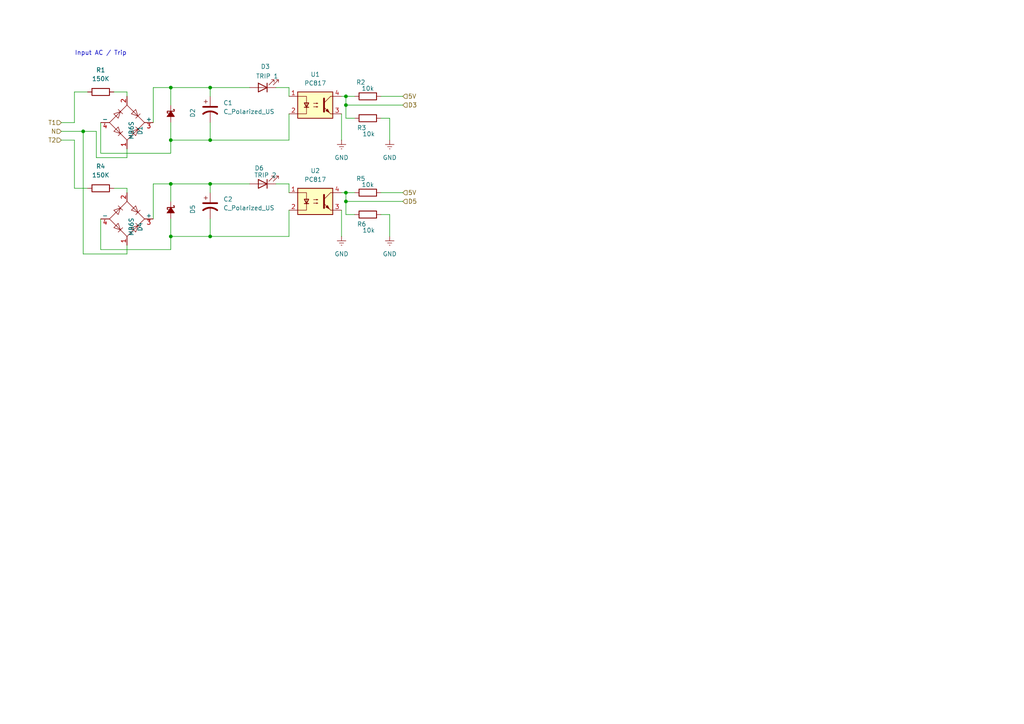
<source format=kicad_sch>
(kicad_sch (version 20231120) (generator "eeschema") (generator_version "8.0")
  (paper "A4")
  (lib_symbols
    (symbol "Device:C_Polarized_US" (pin_numbers hide) (pin_names (offset 0.254) hide)
      (property "Reference" "C" (at 0.635 2.54 0))
      (property "Value" "C_Polarized_US" (at 0.635 -2.54 0))
      (symbol "C_Polarized_US_0_1"
        (polyline (pts (xy -2.032 0.762) (xy 2.032 0.762)) (stroke (width 0.508)))
        (polyline (pts (xy -1.778 2.286) (xy -0.762 2.286)))
        (polyline (pts (xy -1.27 1.778) (xy -1.27 2.794)))
        (arc (start 2.032 -1.27) (mid 0 -0.5572) (end -2.032 -1.27) (stroke (width 0.508)))
      )
      (symbol "C_Polarized_US_1_1"
        (pin passive line (at 0 3.81 270) (length 2.794) (name "~") (number "1"))
        (pin passive line (at 0 -3.81 90) (length 3.302) (name "~") (number "2"))
      )
    )
    (symbol "Device:D_Schottky_Small_Filled" (pin_numbers hide) (pin_names (offset 0.254) hide)
      (property "Reference" "D" (at -1.27 2.032 0))
      (property "Value" "D_Schottky_Small_Filled" (at -7.112 -2.032 0))
      (symbol "D_Schottky_Small_Filled_0_1"
        (polyline (pts (xy -0.762 0) (xy 0.762 0)))
        (polyline (pts (xy 0.762 -1.016) (xy -0.762 0) (xy 0.762 1.016) (xy 0.762 -1.016)) (stroke (width 0.254)) (fill (type outline)))
        (polyline (pts (xy -1.27 0.762) (xy -1.27 1.016) (xy -0.762 1.016) (xy -0.762 -1.016) (xy -0.254 -1.016) (xy -0.254 -0.762)) (stroke (width 0.254)))
      )
      (symbol "D_Schottky_Small_Filled_1_1"
        (pin passive line (at -2.54 0 0) (length 1.778) (name "K") (number "1"))
        (pin passive line (at 2.54 0 180) (length 1.778) (name "A") (number "2"))
      )
    )
    (symbol "Device:LED" (pin_numbers hide) (pin_names (offset 1.016) hide)
      (property "Reference" "D" (at 0 2.54 0))
      (property "Value" "LED" (at 0 -2.54 0))
      (symbol "LED_0_1"
        (polyline (pts (xy -1.27 -1.27) (xy -1.27 1.27)) (stroke (width 0.254)))
        (polyline (pts (xy -1.27 0) (xy 1.27 0)))
        (polyline (pts (xy 1.27 -1.27) (xy 1.27 1.27) (xy -1.27 0) (xy 1.27 -1.27)) (stroke (width 0.254)))
        (polyline (pts (xy -3.048 -0.762) (xy -4.572 -2.286) (xy -3.81 -2.286) (xy -4.572 -2.286) (xy -4.572 -1.524)))
        (polyline (pts (xy -1.778 -0.762) (xy -3.302 -2.286) (xy -2.54 -2.286) (xy -3.302 -2.286) (xy -3.302 -1.524)))
      )
      (symbol "LED_1_1"
        (pin passive line (at -3.81 0 0) (length 2.54) (name "K") (number "1"))
        (pin passive line (at 3.81 0 180) (length 2.54) (name "A") (number "2"))
      )
    )
    (symbol "Device:R" (pin_numbers hide) (pin_names (offset 0))
      (property "Reference" "R" (at 2.032 0 90))
      (property "Value" "R" (at 0 0 90))
      (symbol "R_0_1"
        (rectangle (start -1.016 -2.54) (end 1.016 2.54) (stroke (width 0.254)))
      )
      (symbol "R_1_1"
        (pin passive line (at 0 3.81 270) (length 1.27) (name "~") (number "1"))
        (pin passive line (at 0 -3.81 90) (length 1.27) (name "~") (number "2"))
      )
    )
    (symbol "Diode_Bridge:MB6S" (pin_names (offset 0))
      (property "Reference" "D" (at 2.54 6.985 0))
      (property "Value" "MB6S" (at 2.54 5.08 0))
      (symbol "MB6S_0_1"
        (polyline (pts (xy -2.54 3.81) (xy -1.27 2.54)))
        (polyline (pts (xy -1.27 -2.54) (xy -2.54 -3.81)))
        (polyline (pts (xy 2.54 -1.27) (xy 3.81 -2.54)))
        (polyline (pts (xy 2.54 1.27) (xy 3.81 2.54)))
        (polyline (pts (xy -3.81 2.54) (xy -2.54 1.27) (xy -1.905 3.175) (xy -3.81 2.54)))
        (polyline (pts (xy -2.54 -1.27) (xy -3.81 -2.54) (xy -1.905 -3.175) (xy -2.54 -1.27)))
        (polyline (pts (xy 1.27 2.54) (xy 2.54 3.81) (xy 3.175 1.905) (xy 1.27 2.54)))
        (polyline (pts (xy 3.175 -1.905) (xy 1.27 -2.54) (xy 2.54 -3.81) (xy 3.175 -1.905)))
        (polyline (pts (xy -5.08 0) (xy 0 -5.08) (xy 5.08 0) (xy 0 5.08) (xy -5.08 0)))
      )
      (symbol "MB6S_1_1"
        (pin passive line (at 0 -7.62 90) (length 2.54) (name "~") (number "1"))
        (pin passive line (at 0 7.62 270) (length 2.54) (name "~") (number "2"))
        (pin passive line (at 7.62 0 180) (length 2.54) (name "+") (number "3"))
        (pin passive line (at -7.62 0 0) (length 2.54) (name "-") (number "4"))
      )
    )
    (symbol "Isolator:PC817" (pin_names (offset 1.016))
      (property "Reference" "U" (at -5.08 5.08 0))
      (property "Value" "PC817" (at 0 5.08 0))
      (symbol "PC817_0_1"
        (rectangle (start -5.08 3.81) (end 5.08 -3.81) (stroke (width 0.254)) (fill (type background)))
        (polyline (pts (xy -3.175 -0.635) (xy -1.905 -0.635)) (stroke (width 0.254)))
        (polyline (pts (xy 2.54 0.635) (xy 4.445 2.54)))
        (polyline (pts (xy 4.445 -2.54) (xy 2.54 -0.635)) (fill (type outline)))
        (polyline (pts (xy 4.445 -2.54) (xy 5.08 -2.54)))
        (polyline (pts (xy 4.445 2.54) (xy 5.08 2.54)))
        (polyline (pts (xy -5.08 2.54) (xy -2.54 2.54) (xy -2.54 -0.635)))
        (polyline (pts (xy -2.54 -0.635) (xy -2.54 -2.54) (xy -5.08 -2.54)))
        (polyline (pts (xy 2.54 1.905) (xy 2.54 -1.905) (xy 2.54 -1.905)) (stroke (width 0.508)))
        (polyline (pts (xy -2.54 -0.635) (xy -3.175 0.635) (xy -1.905 0.635) (xy -2.54 -0.635)) (stroke (width 0.254)))
        (polyline (pts (xy -0.508 -0.508) (xy 0.762 -0.508) (xy 0.381 -0.635) (xy 0.381 -0.381) (xy 0.762 -0.508)))
        (polyline (pts (xy -0.508 0.508) (xy 0.762 0.508) (xy 0.381 0.381) (xy 0.381 0.635) (xy 0.762 0.508)))
        (polyline (pts (xy 3.048 -1.651) (xy 3.556 -1.143) (xy 4.064 -2.159) (xy 3.048 -1.651) (xy 3.048 -1.651)) (fill (type outline)))
      )
      (symbol "PC817_1_1"
        (pin passive line (at -7.62 2.54 0) (length 2.54) (name "~") (number "1"))
        (pin passive line (at -7.62 -2.54 0) (length 2.54) (name "~") (number "2"))
        (pin passive line (at 7.62 -2.54 180) (length 2.54) (name "~") (number "3"))
        (pin passive line (at 7.62 2.54 180) (length 2.54) (name "~") (number "4"))
      )
    )
    (symbol "power:GNDREF" (power) (pin_numbers hide) (pin_names (offset 0) hide)
      (property "Value" "GNDREF" (at 0 -3.81 0))
      (symbol "GNDREF_0_1"
        (polyline (pts (xy -0.635 -1.905) (xy 0.635 -1.905)))
        (polyline (pts (xy -0.127 -2.54) (xy 0.127 -2.54)))
        (polyline (pts (xy 0 -1.27) (xy 0 0)))
        (polyline (pts (xy 1.27 -1.27) (xy -1.27 -1.27)))
      )
      (symbol "GNDREF_1_1"
        (pin power_in line (at 0 0 270) (length 0) (name "~") (number "1"))
      )
    )
  )
  (junction (at 60.96 53.34))
  (junction (at 60.96 68.58))
  (junction (at 60.96 25.4))
  (junction (at 49.53 25.4))
  (junction (at 49.53 68.58))
  (junction (at 100.33 55.88))
  (junction (at 49.53 40.64))
  (junction (at 60.96 40.64))
  (junction (at 24.13 38.1))
  (junction (at 100.33 30.48))
  (junction (at 100.33 27.94))
  (junction (at 100.33 58.42))
  (junction (at 49.53 53.34))
  (wire (pts (xy 49.53 72.39) (xy 49.53 68.58)))
  (wire (pts (xy 33.02 26.67) (xy 36.83 26.67)))
  (wire (pts (xy 60.96 68.58) (xy 60.96 63.5)))
  (wire (pts (xy 83.82 25.4) (xy 83.82 27.94)))
  (wire (pts (xy 49.53 68.58) (xy 60.96 68.58)))
  (wire (pts (xy 27.94 45.72) (xy 36.83 45.72)))
  (wire (pts (xy 83.82 60.96) (xy 83.82 68.58)))
  (wire (pts (xy 33.02 54.61) (xy 36.83 54.61)))
  (wire (pts (xy 110.49 55.88) (xy 116.84 55.88)))
  (wire (pts (xy 99.06 60.96) (xy 99.06 68.58)))
  (wire (pts (xy 24.13 73.66) (xy 36.83 73.66)))
  (wire (pts (xy 80.01 53.34) (xy 83.82 53.34)))
  (wire (pts (xy 36.83 26.67) (xy 36.83 27.94)))
  (wire (pts (xy 102.87 62.23) (xy 100.33 62.23)))
  (wire (pts (xy 113.03 62.23) (xy 110.49 62.23)))
  (wire (pts (xy 100.33 58.42) (xy 100.33 55.88)))
  (wire (pts (xy 17.78 40.64) (xy 21.59 40.64)))
  (wire (pts (xy 29.21 44.45) (xy 49.53 44.45)))
  (wire (pts (xy 29.21 72.39) (xy 49.53 72.39)))
  (wire (pts (xy 60.96 25.4) (xy 72.39 25.4)))
  (wire (pts (xy 17.78 38.1) (xy 24.13 38.1)))
  (wire (pts (xy 36.83 54.61) (xy 36.83 55.88)))
  (wire (pts (xy 49.53 58.42) (xy 49.53 53.34)))
  (wire (pts (xy 21.59 54.61) (xy 25.4 54.61)))
  (wire (pts (xy 60.96 40.64) (xy 60.96 35.56)))
  (wire (pts (xy 100.33 55.88) (xy 102.87 55.88)))
  (wire (pts (xy 49.53 25.4) (xy 60.96 25.4)))
  (wire (pts (xy 100.33 34.29) (xy 100.33 30.48)))
  (wire (pts (xy 44.45 25.4) (xy 44.45 35.56)))
  (wire (pts (xy 102.87 34.29) (xy 100.33 34.29)))
  (wire (pts (xy 21.59 54.61) (xy 21.59 40.64)))
  (wire (pts (xy 49.53 30.48) (xy 49.53 25.4)))
  (wire (pts (xy 24.13 73.66) (xy 24.13 38.1)))
  (wire (pts (xy 99.06 27.94) (xy 100.33 27.94)))
  (wire (pts (xy 113.03 34.29) (xy 110.49 34.29)))
  (wire (pts (xy 49.53 53.34) (xy 60.96 53.34)))
  (wire (pts (xy 83.82 68.58) (xy 60.96 68.58)))
  (wire (pts (xy 17.78 35.56) (xy 21.59 35.56)))
  (wire (pts (xy 100.33 58.42) (xy 116.84 58.42)))
  (wire (pts (xy 99.06 33.02) (xy 99.06 40.64)))
  (wire (pts (xy 60.96 55.88) (xy 60.96 53.34)))
  (wire (pts (xy 100.33 27.94) (xy 102.87 27.94)))
  (wire (pts (xy 29.21 63.5) (xy 29.21 72.39)))
  (wire (pts (xy 36.83 45.72) (xy 36.83 43.18)))
  (wire (pts (xy 49.53 40.64) (xy 60.96 40.64)))
  (wire (pts (xy 49.53 35.56) (xy 49.53 40.64)))
  (wire (pts (xy 100.33 30.48) (xy 116.84 30.48)))
  (wire (pts (xy 36.83 73.66) (xy 36.83 71.12)))
  (wire (pts (xy 110.49 27.94) (xy 116.84 27.94)))
  (wire (pts (xy 60.96 27.94) (xy 60.96 25.4)))
  (wire (pts (xy 24.13 38.1) (xy 27.94 38.1)))
  (wire (pts (xy 44.45 25.4) (xy 49.53 25.4)))
  (wire (pts (xy 49.53 63.5) (xy 49.53 68.58)))
  (wire (pts (xy 60.96 53.34) (xy 72.39 53.34)))
  (wire (pts (xy 83.82 40.64) (xy 60.96 40.64)))
  (wire (pts (xy 80.01 25.4) (xy 83.82 25.4)))
  (wire (pts (xy 83.82 53.34) (xy 83.82 55.88)))
  (wire (pts (xy 21.59 26.67) (xy 25.4 26.67)))
  (wire (pts (xy 44.45 53.34) (xy 44.45 63.5)))
  (wire (pts (xy 83.82 33.02) (xy 83.82 40.64)))
  (wire (pts (xy 49.53 44.45) (xy 49.53 40.64)))
  (wire (pts (xy 100.33 30.48) (xy 100.33 27.94)))
  (wire (pts (xy 44.45 53.34) (xy 49.53 53.34)))
  (wire (pts (xy 113.03 68.58) (xy 113.03 62.23)))
  (wire (pts (xy 100.33 62.23) (xy 100.33 58.42)))
  (wire (pts (xy 21.59 35.56) (xy 21.59 26.67)))
  (wire (pts (xy 27.94 38.1) (xy 27.94 45.72)))
  (wire (pts (xy 113.03 40.64) (xy 113.03 34.29)))
  (wire (pts (xy 29.21 35.56) (xy 29.21 44.45)))
  (wire (pts (xy 99.06 55.88) (xy 100.33 55.88)))
  (text "Input AC / Trip\n" (at 29.21 15.494 0) (effects (font (size 1.27 1.27))))
  (hierarchical_label "N" (shape input) (at 17.78 38.1 180))
  (hierarchical_label "5V" (shape input) (at 116.84 27.94 0))
  (hierarchical_label "T1" (shape input) (at 17.78 35.56 180))
  (hierarchical_label "5V" (shape input) (at 116.84 55.88 0))
  (hierarchical_label "D5" (shape input) (at 116.84 58.42 0))
  (hierarchical_label "T2" (shape input) (at 17.78 40.64 180))
  (hierarchical_label "D3" (shape input) (at 116.84 30.48 0))
  (symbol (lib_id "Device:LED") (at 76.2 25.4 180) (unit 1)
    (property "Reference" "D3" (at 76.962 19.304 0))
    (property "Value" "TRIP 1" (at 77.47 22.098 0))
    (property "Footprint" "LED_SMD:LED_0201_0603Metric_Pad0.64x0.40mm_HandSolder" (effects (hide yes)))
    (property "Description" "Light emitting diode" (effects (hide yes)))
  )
  (symbol (lib_id "Device:C_Polarized_US") (at 60.96 59.69 0) (unit 1)
    (property "Reference" "C2" (at 64.77 57.7849 0) (effects (justify left)))
    (property "Value" "C_Polarized_US" (at 64.77 60.3249 0) (effects (justify left)))
    (property "Footprint" "Capacitor_SMD:CP_Elec_3x5.3" (effects (hide yes)))
    (property "Description" "Polarized capacitor, US symbol" (effects (hide yes)))
  )
  (symbol (lib_id "Device:D_Schottky_Small_Filled") (at 49.53 33.02 270) (unit 1)
    (property "Reference" "D2" (at 55.88 32.766 0))
    (property "Value" "D_Schottky_Small_Filled" (effects (hide yes)))
    (property "Footprint" "Diode_SMD:D_0201_0603Metric_Pad0.64x0.40mm_HandSolder" (effects (hide yes)))
    (property "Description" "Schottky diode, small symbol, filled shape" (effects (hide yes)))
  )
  (symbol (lib_id "Diode_Bridge:MB6S") (at 36.83 35.56 0) (unit 1)
    (property "Reference" "D1" (at 40.64 37.846 90))
    (property "Value" "MB6S" (at 38.1 37.846 90))
    (property "Footprint" "Package_TO_SOT_SMD:TO-269AA" (effects (hide yes)))
    (property "Datasheet" "http://www.vishay.com/docs/88573/dfs.pdf" (effects (hide yes)))
    (property "Description" "Miniature Glass Passivated Single-Phase Surface Mount Bridge Rectifiers, 700V Vrms, 1.0A If, DFS SMD package" (effects (hide yes)))
  )
  (symbol (lib_id "Device:R") (at 106.68 62.23 90) (unit 1)
    (property "Reference" "R6" (at 104.902 65.024 90))
    (property "Value" "10k" (at 106.934 66.802 90))
    (property "Footprint" "Resistor_THT:R_Axial_DIN0204_L3.6mm_D1.6mm_P5.08mm_Horizontal" (effects (hide yes)))
    (property "Description" "Resistor" (effects (hide yes)))
  )
  (symbol (lib_id "Device:R") (at 29.21 54.61 270) (unit 1)
    (property "Reference" "R4" (at 29.21 48.26 90))
    (property "Value" "150K" (at 29.21 50.8 90))
    (property "Footprint" "Resistor_THT:R_Axial_DIN0204_L3.6mm_D1.6mm_P5.08mm_Horizontal" (effects (hide yes)))
    (property "Description" "Resistor" (effects (hide yes)))
  )
  (symbol (lib_id "power:GNDREF") (at 99.06 68.58 0) (unit 1)
    (property "Reference" "#PWR03" (effects (hide yes)))
    (property "Value" "GND" (at 99.06 73.66 0))
    (property "Description" "Power symbol creates a global label with name \"GNDREF\" , reference supply ground" (effects (hide yes)))
  )
  (symbol (lib_id "power:GNDREF") (at 113.03 40.64 0) (unit 1)
    (property "Reference" "#PWR01" (effects (hide yes)))
    (property "Value" "GND" (at 113.03 45.72 0))
    (property "Description" "Power symbol creates a global label with name \"GNDREF\" , reference supply ground" (effects (hide yes)))
  )
  (symbol (lib_id "Isolator:PC817") (at 91.44 58.42 0) (unit 1)
    (property "Reference" "U2" (at 91.44 49.53 0))
    (property "Value" "PC817" (at 91.44 52.07 0))
    (property "Footprint" "Package_DIP:DIP-4_W7.62mm" (effects (hide yes)))
    (property "Datasheet" "http://www.soselectronic.cz/a_info/resource/d/pc817.pdf" (effects (hide yes)))
    (property "Description" "DC Optocoupler, Vce 35V, CTR 50-300%, DIP-4" (effects (hide yes)))
  )
  (symbol (lib_id "Device:LED") (at 76.2 53.34 180) (unit 1)
    (property "Reference" "D6" (at 75.184 48.768 0))
    (property "Value" "TRIP 2" (at 76.962 50.8 0))
    (property "Footprint" "LED_SMD:LED_0201_0603Metric_Pad0.64x0.40mm_HandSolder" (effects (hide yes)))
    (property "Description" "Light emitting diode" (effects (hide yes)))
  )
  (symbol (lib_id "Device:R") (at 106.68 55.88 90) (unit 1)
    (property "Reference" "R5" (at 104.648 51.816 90))
    (property "Value" "10k" (at 106.68 53.594 90))
    (property "Footprint" "Resistor_THT:R_Axial_DIN0204_L3.6mm_D1.6mm_P5.08mm_Horizontal" (effects (hide yes)))
    (property "Description" "Resistor" (effects (hide yes)))
  )
  (symbol (lib_id "Device:R") (at 106.68 34.29 90) (unit 1)
    (property "Reference" "R3" (at 104.902 37.084 90))
    (property "Value" "10k" (at 106.934 38.862 90))
    (property "Footprint" "Resistor_THT:R_Axial_DIN0204_L3.6mm_D1.6mm_P5.08mm_Horizontal" (effects (hide yes)))
    (property "Description" "Resistor" (effects (hide yes)))
  )
  (symbol (lib_id "power:GNDREF") (at 99.06 40.64 0) (unit 1)
    (property "Reference" "#PWR02" (effects (hide yes)))
    (property "Value" "GND" (at 99.06 45.72 0))
    (property "Description" "Power symbol creates a global label with name \"GNDREF\" , reference supply ground" (effects (hide yes)))
  )
  (symbol (lib_id "Isolator:PC817") (at 91.44 30.48 0) (unit 1)
    (property "Reference" "U1" (at 91.44 21.59 0))
    (property "Value" "PC817" (at 91.44 24.13 0))
    (property "Footprint" "Package_DIP:DIP-4_W7.62mm" (effects (hide yes)))
    (property "Datasheet" "http://www.soselectronic.cz/a_info/resource/d/pc817.pdf" (effects (hide yes)))
    (property "Description" "DC Optocoupler, Vce 35V, CTR 50-300%, DIP-4" (effects (hide yes)))
  )
  (symbol (lib_id "Device:R") (at 29.21 26.67 270) (unit 1)
    (property "Reference" "R1" (at 29.21 20.32 90))
    (property "Value" "150K" (at 29.21 22.86 90))
    (property "Footprint" "Resistor_THT:R_Axial_DIN0204_L3.6mm_D1.6mm_P5.08mm_Horizontal" (effects (hide yes)))
    (property "Description" "Resistor" (effects (hide yes)))
  )
  (symbol (lib_id "power:GNDREF") (at 113.03 68.58 0) (unit 1)
    (property "Reference" "#PWR04" (effects (hide yes)))
    (property "Value" "GND" (at 113.03 73.66 0))
    (property "Description" "Power symbol creates a global label with name \"GNDREF\" , reference supply ground" (effects (hide yes)))
  )
  (symbol (lib_id "Device:D_Schottky_Small_Filled") (at 49.53 60.96 270) (unit 1)
    (property "Reference" "D5" (at 55.88 60.706 0))
    (property "Value" "D_Schottky_Small_Filled" (effects (hide yes)))
    (property "Footprint" "Diode_SMD:D_0201_0603Metric_Pad0.64x0.40mm_HandSolder" (effects (hide yes)))
    (property "Description" "Schottky diode, small symbol, filled shape" (effects (hide yes)))
  )
  (symbol (lib_id "Device:C_Polarized_US") (at 60.96 31.75 0) (unit 1)
    (property "Reference" "C1" (at 64.77 29.8449 0) (effects (justify left)))
    (property "Value" "C_Polarized_US" (at 64.77 32.3849 0) (effects (justify left)))
    (property "Footprint" "Capacitor_SMD:CP_Elec_3x5.3" (effects (hide yes)))
    (property "Description" "Polarized capacitor, US symbol" (effects (hide yes)))
  )
  (symbol (lib_id "Diode_Bridge:MB6S") (at 36.83 63.5 0) (unit 1)
    (property "Reference" "D4" (at 40.64 65.786 90))
    (property "Value" "MB6S" (at 38.1 65.786 90))
    (property "Footprint" "Package_TO_SOT_SMD:TO-269AA" (effects (hide yes)))
    (property "Datasheet" "http://www.vishay.com/docs/88573/dfs.pdf" (effects (hide yes)))
    (property "Description" "Miniature Glass Passivated Single-Phase Surface Mount Bridge Rectifiers, 700V Vrms, 1.0A If, DFS SMD package" (effects (hide yes)))
  )
  (symbol (lib_id "Device:R") (at 106.68 27.94 90) (unit 1)
    (property "Reference" "R2" (at 104.648 23.876 90))
    (property "Value" "10k" (at 106.68 25.654 90))
    (property "Footprint" "Resistor_THT:R_Axial_DIN0204_L3.6mm_D1.6mm_P5.08mm_Horizontal" (effects (hide yes)))
    (property "Description" "Resistor" (effects (hide yes)))
  )
)
</source>
